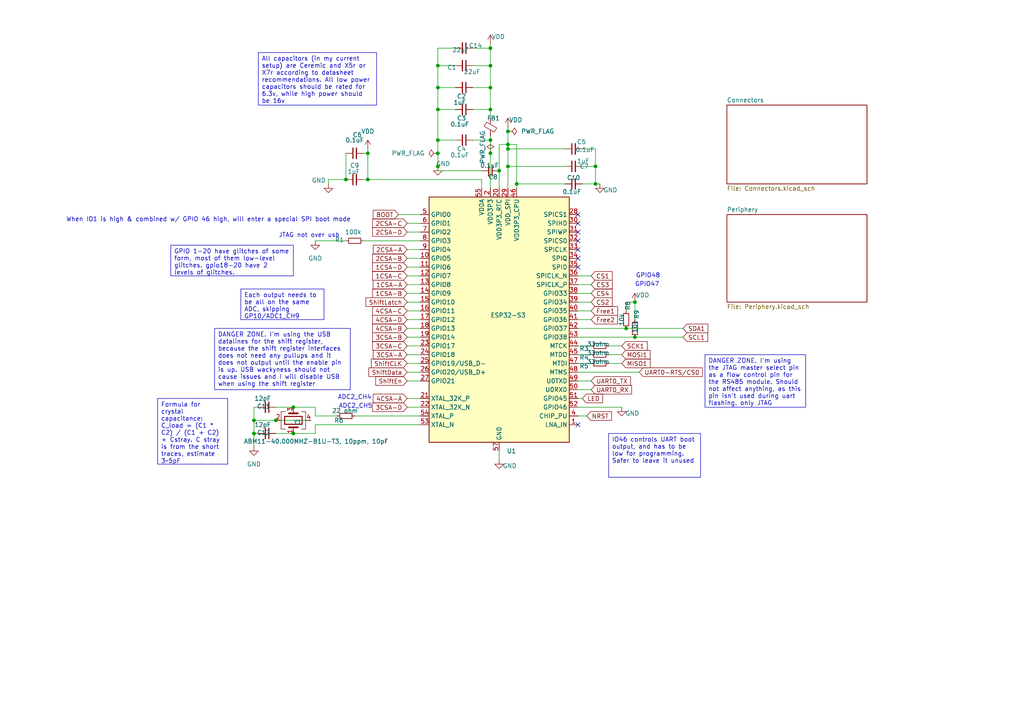
<source format=kicad_sch>
(kicad_sch (version 20250114) (generator "eeschema") (generator_version "9.0")
  (paper "A4")
  (title_block (title "CACKLE -  Hub") (date "2025-10-10") (rev "V1.1") (comment 1 "Licensed under CERN-OHL-S v2") (comment 2 "Author: Asher Edwards"))
  (lib_symbols
    (symbol "Device:C_Small" (pin_numbers (hide yes)) (pin_names (offset 0.254) (hide yes))
      (property "Reference" "C" (at 0.254 1.778 0))
      (property "Value" "C_Small" (at 0.254 -2.032 0))
      (symbol "C_Small_0_1"
        (polyline (pts (xy -1.524 0.508) (xy 1.524 0.508)) (stroke (width 0.3048)))
        (polyline (pts (xy -1.524 -0.508) (xy 1.524 -0.508)) (stroke (width 0.3302)))
      )
      (symbol "C_Small_1_1"
        (pin passive line (at 0 2.54 270) (length 2.032) (name "~") (number "1"))
        (pin passive line (at 0 -2.54 90) (length 2.032) (name "~") (number "2"))
      )
    )
    (symbol "Device:Crystal_GND24" (pin_names (offset 1.016) (hide yes))
      (property "Reference" "Y" (at 3.175 5.08 0))
      (property "Value" "Crystal_GND24" (at 3.175 3.175 0))
      (symbol "Crystal_GND24_0_1"
        (polyline (pts (xy -2.54 2.286) (xy -2.54 3.556) (xy 2.54 3.556) (xy 2.54 2.286)))
        (polyline (pts (xy -2.54 0) (xy -2.032 0)))
        (polyline (pts (xy -2.54 -2.286) (xy -2.54 -3.556) (xy 2.54 -3.556) (xy 2.54 -2.286)))
        (polyline (pts (xy -2.032 -1.27) (xy -2.032 1.27)) (stroke (width 0.508)))
        (rectangle (start -1.143 2.54) (end 1.143 -2.54) (stroke (width 0.3048)))
        (polyline (pts (xy 0 3.556) (xy 0 3.81)))
        (polyline (pts (xy 0 -3.81) (xy 0 -3.556)))
        (polyline (pts (xy 2.032 0) (xy 2.54 0)))
        (polyline (pts (xy 2.032 -1.27) (xy 2.032 1.27)) (stroke (width 0.508)))
      )
      (symbol "Crystal_GND24_1_1"
        (pin passive line (at -3.81 0 0) (length 1.27) (name "1") (number "1"))
        (pin passive line (at 0 5.08 270) (length 1.27) (name "2") (number "2"))
        (pin passive line (at 0 -5.08 90) (length 1.27) (name "4") (number "4"))
        (pin passive line (at 3.81 0 180) (length 1.27) (name "3") (number "3"))
      )
    )
    (symbol "Device:FerriteBead_Small" (pin_numbers (hide yes)) (pin_names (offset 0))
      (property "Reference" "FB" (at 1.905 1.27 0))
      (property "Value" "FerriteBead_Small" (at 1.905 -1.27 0))
      (symbol "FerriteBead_Small_0_1"
        (polyline (pts (xy -1.8288 0.2794) (xy -1.1176 1.4986) (xy 1.8288 -0.2032) (xy 1.1176 -1.4224) (xy -1.8288 0.2794)))
        (polyline (pts (xy 0 0.889) (xy 0 1.2954)))
        (polyline (pts (xy 0 -1.27) (xy 0 -0.7874)))
      )
      (symbol "FerriteBead_Small_1_1"
        (pin passive line (at 0 2.54 270) (length 1.27) (name "~") (number "1"))
        (pin passive line (at 0 -2.54 90) (length 1.27) (name "~") (number "2"))
      )
    )
    (symbol "Device:R_Small" (pin_numbers (hide yes)) (pin_names (offset 0.254) (hide yes))
      (property "Reference" "R" (at 0.762 0.508 0))
      (property "Value" "R_Small" (at 0.762 -1.016 0))
      (symbol "R_Small_0_1"
        (rectangle (start -0.762 1.778) (end 0.762 -1.778) (stroke (width 0.2032)))
      )
      (symbol "R_Small_1_1"
        (pin passive line (at 0 2.54 270) (length 0.762) (name "~") (number "1"))
        (pin passive line (at 0 -2.54 90) (length 0.762) (name "~") (number "2"))
      )
    )
    (symbol "MCU_Espressif:ESP32-S3"
      (property "Reference" "U" (at 10.16 -38.1 0))
      (property "Value" "ESP32-S3" (at 13.97 -40.64 0))
      (symbol "ESP32-S3_0_1"
        (rectangle (start -20.32 35.56) (end 20.32 -35.56) (stroke (width 0.254)) (fill (type background)))
      )
      (symbol "ESP32-S3_1_0"
        (pin passive line (at -5.08 38.1 270) (length 2.54) (hide yes) (name "VDDA") (number "56"))
        (pin bidirectional line (at 22.86 12.7 180) (length 2.54) (name "SPICLK_N") (number "36"))
        (pin bidirectional line (at 22.86 -10.16 180) (length 2.54) (name "MTDO") (number "45"))
        (pin bidirectional line (at 22.86 -22.86 180) (length 2.54) (name "GPIO45") (number "51"))
      )
      (symbol "ESP32-S3_1_1"
        (pin bidirectional line (at -22.86 30.48 0) (length 2.54) (name "GPIO0") (number "5"))
        (pin bidirectional line (at -22.86 27.94 0) (length 2.54) (name "GPIO1") (number "6"))
        (pin bidirectional line (at -22.86 25.4 0) (length 2.54) (name "GPIO2") (number "7"))
        (pin bidirectional line (at -22.86 22.86 0) (length 2.54) (name "GPIO3") (number "8"))
        (pin bidirectional line (at -22.86 20.32 0) (length 2.54) (name "GPIO4") (number "9"))
        (pin bidirectional line (at -22.86 17.78 0) (length 2.54) (name "GPIO5") (number "10"))
        (pin bidirectional line (at -22.86 15.24 0) (length 2.54) (name "GPIO6") (number "11"))
        (pin bidirectional line (at -22.86 12.7 0) (length 2.54) (name "GPIO7") (number "12"))
        (pin bidirectional line (at -22.86 10.16 0) (length 2.54) (name "GPIO8") (number "13"))
        (pin bidirectional line (at -22.86 7.62 0) (length 2.54) (name "GPIO9") (number "14"))
        (pin bidirectional line (at -22.86 5.08 0) (length 2.54) (name "GPIO10") (number "15"))
        (pin bidirectional line (at -22.86 2.54 0) (length 2.54) (name "GPIO11") (number "16"))
        (pin bidirectional line (at -22.86 0 0) (length 2.54) (name "GPIO12") (number "17"))
        (pin bidirectional line (at -22.86 -2.54 0) (length 2.54) (name "GPIO13") (number "18"))
        (pin bidirectional line (at -22.86 -5.08 0) (length 2.54) (name "GPIO14") (number "19"))
        (pin bidirectional line (at -22.86 -7.62 0) (length 2.54) (name "GPIO17") (number "23"))
        (pin bidirectional line (at -22.86 -10.16 0) (length 2.54) (name "GPIO18") (number "24"))
        (pin bidirectional line (at -22.86 -12.7 0) (length 2.54) (name "GPIO19/USB_D-") (number "25"))
        (pin bidirectional line (at -22.86 -15.24 0) (length 2.54) (name "GPIO20/USB_D+") (number "26"))
        (pin bidirectional line (at -22.86 -17.78 0) (length 2.54) (name "GPIO21") (number "27"))
        (pin passive line (at -22.86 -22.86 0) (length 2.54) (name "XTAL_32K_P") (number "21"))
        (pin passive line (at -22.86 -25.4 0) (length 2.54) (name "XTAL_32K_N") (number "22"))
        (pin input line (at -22.86 -27.94 0) (length 2.54) (name "XTAL_P") (number "54"))
        (pin output line (at -22.86 -30.48 0) (length 2.54) (name "XTAL_N") (number "53"))
        (pin power_in line (at -5.08 38.1 270) (length 2.54) (name "VDDA") (number "55"))
        (pin power_in line (at -2.54 38.1 270) (length 2.54) (name "VDD3P3") (number "2"))
        (pin passive line (at -2.54 38.1 270) (length 2.54) (hide yes) (name "VDD3P3") (number "3"))
        (pin power_in line (at 0 38.1 270) (length 2.54) (name "VDD3P3_RTC") (number "20"))
        (pin power_in line (at 0 -38.1 90) (length 2.54) (name "GND") (number "57"))
        (pin power_in line (at 2.54 38.1 270) (length 2.54) (name "VDD_SPI") (number "29"))
        (pin power_in line (at 5.08 38.1 270) (length 2.54) (name "VDD3P3_CPU") (number "46"))
        (pin bidirectional line (at 22.86 30.48 180) (length 2.54) (name "SPICS1") (number "28"))
        (pin bidirectional line (at 22.86 27.94 180) (length 2.54) (name "SPIHD") (number "30"))
        (pin bidirectional line (at 22.86 25.4 180) (length 2.54) (name "SPIWP") (number "31"))
        (pin bidirectional line (at 22.86 22.86 180) (length 2.54) (name "SPICS0") (number "32"))
        (pin bidirectional line (at 22.86 20.32 180) (length 2.54) (name "SPICLK") (number "33"))
        (pin bidirectional line (at 22.86 17.78 180) (length 2.54) (name "SPIQ") (number "34"))
        (pin bidirectional line (at 22.86 15.24 180) (length 2.54) (name "SPID") (number "35"))
        (pin bidirectional line (at 22.86 10.16 180) (length 2.54) (name "SPICLK_P") (number "37"))
        (pin bidirectional line (at 22.86 7.62 180) (length 2.54) (name "GPIO33") (number "38"))
        (pin bidirectional line (at 22.86 5.08 180) (length 2.54) (name "GPIO34") (number "39"))
        (pin bidirectional line (at 22.86 2.54 180) (length 2.54) (name "GPIO35") (number "40"))
        (pin bidirectional line (at 22.86 0 180) (length 2.54) (name "GPIO36") (number "41"))
        (pin bidirectional line (at 22.86 -2.54 180) (length 2.54) (name "GPIO37") (number "42"))
        (pin bidirectional line (at 22.86 -5.08 180) (length 2.54) (name "GPIO38") (number "43"))
        (pin bidirectional line (at 22.86 -7.62 180) (length 2.54) (name "MTCK") (number "44"))
        (pin bidirectional line (at 22.86 -12.7 180) (length 2.54) (name "MTDI") (number "47"))
        (pin bidirectional line (at 22.86 -15.24 180) (length 2.54) (name "MTMS") (number "48"))
        (pin bidirectional line (at 22.86 -17.78 180) (length 2.54) (name "U0TXD") (number "49"))
        (pin bidirectional line (at 22.86 -20.32 180) (length 2.54) (name "U0RXD") (number "50"))
        (pin bidirectional line (at 22.86 -25.4 180) (length 2.54) (name "GPIO46") (number "52"))
        (pin input line (at 22.86 -27.94 180) (length 2.54) (name "CHIP_PU") (number "4"))
        (pin bidirectional line (at 22.86 -30.48 180) (length 2.54) (name "LNA_IN") (number "1"))
      )
    )
    (symbol "power:GND" (power) (pin_numbers (hide yes)) (pin_names (offset 0) (hide yes))
      (property "Value" "GND" (at 0 -3.81 0))
      (symbol "GND_0_1"
        (polyline (pts (xy 0 0) (xy 0 -1.27) (xy 1.27 -1.27) (xy 0 -2.54) (xy -1.27 -1.27) (xy 0 -1.27)))
      )
      (symbol "GND_1_1"
        (pin power_in line (at 0 0 270) (length 0) (name "~") (number "1"))
      )
    )
    (symbol "power:PWR_FLAG" (power) (pin_numbers (hide yes)) (pin_names (offset 0) (hide yes))
      (property "Value" "PWR_FLAG" (at 0 3.81 0))
      (symbol "PWR_FLAG_0_0"
        (pin power_out line (at 0 0 90) (length 0) (name "~") (number "1"))
      )
      (symbol "PWR_FLAG_0_1"
        (polyline (pts (xy 0 0) (xy 0 1.27) (xy -1.016 1.905) (xy 0 2.54) (xy 1.016 1.905) (xy 0 1.27)))
      )
    )
    (symbol "power:VDD" (power) (pin_numbers (hide yes)) (pin_names (offset 0) (hide yes))
      (property "Value" "VDD" (at 0 3.556 0))
      (symbol "VDD_0_1"
        (polyline (pts (xy -0.762 1.27) (xy 0 2.54)))
        (polyline (pts (xy 0 2.54) (xy 0.762 1.27)))
        (polyline (pts (xy 0 0) (xy 0 2.54)))
      )
      (symbol "VDD_1_1"
        (pin power_in line (at 0 0 90) (length 0) (name "~") (number "1"))
      )
    )
  )
  (text "GPIO48" (at 187.96 80.01 0) (effects (font (size 1.27 1.27))))
  (text "JTAG not over usb" (at 89.662 68.326 0) (effects (font (size 1.27 1.27))))
  (text "GPIO47" (at 187.706 82.55 0) (effects (font (size 1.27 1.27))))
  (text "When IO1 is high & combined w/ GPIO 46 high, will enter a special SPI boot mode" (at 60.452 63.754 0) (effects (font (size 1.27 1.27))))
  (text "ADC2_CH4" (at 102.87 115.316 0) (effects (font (size 1.27 1.27))))
  (text "ADC2_CH5" (at 103.124 117.856 0) (effects (font (size 1.27 1.27))))
  (text_box "DANGER ZONE. I'm using the JTAG master select pin as a flow control pin for the RS485 module. Should not affect anything, as this pin isn't used during uart flashing, only JTAG" (at 204.47 102.87 0) (size 29.21 15.24) (margins 0.9525 0.9525 0.9525 0.9525) (effects (font (size 1.27 1.27)) (justify left top)))
  (text_box "DANGER ZONE. I'm using the USB datalines for the shift register, because the shift register interfaces does not need any pullups and it does not output until the enable pin is up. USB wackyness should not cause issues and I will disable USB when using the shift register" (at 62.23 95.25 0) (size 39.37 17.78) (margins 0.9525 0.9525 0.9525 0.9525) (effects (font (size 1.27 1.27)) (justify left top)))
  (text_box "All capacitors (in my current setup) are Ceremic and X5r or X7r according to datasheet recommendations. All low power capacitors should be rated for 6.3v, while high power should be 16v" (at 74.93 15.24 0) (size 34.29 15.24) (margins 0.9525 0.9525 0.9525 0.9525) (effects (font (size 1.27 1.27)) (justify left top)))
  (text_box "IO46 controls UART boot output, and has to be low for programming. Safer to leave it unused" (at 176.53 125.73 0) (size 26.67 12.7) (margins 0.9525 0.9525 0.9525 0.9525) (effects (font (size 1.27 1.27)) (justify left top)))
  (text_box "Each output needs to be all on the same ADC, skipping GP10/ADC1_CH9" (at 69.85 83.82 0) (size 24.13 8.89) (margins 0.9525 0.9525 0.9525 0.9525) (effects (font (size 1.27 1.27)) (justify left top)))
  (text_box "GPIO 1-20 have glitches of some form, most of them low-level glitches. gpio18-20 have 2 levels of glitches. " (at 49.53 71.12 0) (size 35.56 8.89) (margins 0.9525 0.9525 0.9525 0.9525) (effects (font (size 1.27 1.27)) (justify left top)))
  (text_box "Formula for crystal capacitance: C_load = (C1 * C2) / (C1 + C2) + Cstray. C stray is from the short traces, estimate 3~5pF" (at 45.72 115.57 0) (size 20.32 19.05) (margins 0.9525 0.9525 0.9525 0.9525) (effects (font (size 1.27 1.27)) (justify left top)))
  (junction (at 85.09 125.73))
  (junction (at 181.61 95.25))
  (junction (at 127 40.64))
  (junction (at 142.24 13.97))
  (junction (at 73.66 125.73))
  (junction (at 127 48.26))
  (junction (at 147.32 48.26))
  (junction (at 142.24 44.45))
  (junction (at 147.32 38.1))
  (junction (at 172.72 53.34))
  (junction (at 142.24 31.75))
  (junction (at 144.78 49.53))
  (junction (at 149.86 53.34))
  (junction (at 106.68 44.45))
  (junction (at 172.72 48.26))
  (junction (at 127 19.05))
  (junction (at 184.15 87.63))
  (junction (at 142.24 19.05))
  (junction (at 127 44.45))
  (junction (at 73.66 121.92))
  (junction (at 184.15 97.79))
  (junction (at 147.32 43.18))
  (junction (at 142.24 25.4))
  (junction (at 100.33 52.07))
  (junction (at 147.32 41.91))
  (junction (at 142.24 40.64))
  (junction (at 80.01 121.92))
  (junction (at 106.68 52.07))
  (junction (at 85.09 118.11))
  (junction (at 127 31.75))
  (junction (at 127 25.4))
  (no_connect (at 167.64 64.77))
  (no_connect (at 167.64 74.93))
  (no_connect (at 167.64 62.23))
  (no_connect (at 167.64 69.85))
  (no_connect (at 167.64 72.39))
  (no_connect (at 167.64 67.31))
  (no_connect (at 167.64 77.47))
  (no_connect (at 167.64 123.19))
  (wire (pts (xy 181.61 87.63) (xy 184.15 87.63)))
  (wire (pts (xy 118.11 97.79) (xy 121.92 97.79)))
  (wire (pts (xy 167.64 87.63) (xy 171.45 87.63)))
  (wire (pts (xy 132.08 13.97) (xy 127 13.97)))
  (wire (pts (xy 142.24 44.45) (xy 142.24 54.61)))
  (wire (pts (xy 168.91 53.34) (xy 172.72 53.34)))
  (wire (pts (xy 102.87 120.65) (xy 121.92 120.65)))
  (wire (pts (xy 167.64 105.41) (xy 171.45 105.41)))
  (wire (pts (xy 73.66 121.92) (xy 73.66 125.73)))
  (wire (pts (xy 144.78 41.91) (xy 144.78 49.53)))
  (wire (pts (xy 167.64 102.87) (xy 171.45 102.87)))
  (wire (pts (xy 73.66 125.73) (xy 73.66 129.54)))
  (wire (pts (xy 132.08 31.75) (xy 127 31.75)))
  (wire (pts (xy 172.72 48.26) (xy 172.72 53.34)))
  (wire (pts (xy 118.11 64.77) (xy 121.92 64.77)))
  (wire (pts (xy 127 48.26) (xy 127 49.53)))
  (wire (pts (xy 132.08 19.05) (xy 127 19.05)))
  (wire (pts (xy 142.24 39.37) (xy 142.24 40.64)))
  (wire (pts (xy 181.61 90.17) (xy 181.61 87.63)))
  (wire (pts (xy 118.11 92.71) (xy 121.92 92.71)))
  (wire (pts (xy 176.53 102.87) (xy 180.34 102.87)))
  (wire (pts (xy 137.16 19.05) (xy 142.24 19.05)))
  (wire (pts (xy 167.64 95.25) (xy 181.61 95.25)))
  (wire (pts (xy 106.68 44.45) (xy 106.68 43.18)))
  (wire (pts (xy 167.64 118.11) (xy 180.34 118.11)))
  (wire (pts (xy 91.44 69.85) (xy 100.33 69.85)))
  (wire (pts (xy 105.41 69.85) (xy 121.92 69.85)))
  (wire (pts (xy 149.86 41.91) (xy 149.86 53.34)))
  (wire (pts (xy 142.24 34.29) (xy 142.24 31.75)))
  (wire (pts (xy 73.66 121.92) (xy 80.01 121.92)))
  (wire (pts (xy 171.45 80.01) (xy 167.64 80.01)))
  (wire (pts (xy 167.64 90.17) (xy 171.45 90.17)))
  (wire (pts (xy 198.12 95.25) (xy 181.61 95.25)))
  (wire (pts (xy 171.45 113.03) (xy 167.64 113.03)))
  (wire (pts (xy 142.24 12.7) (xy 142.24 13.97)))
  (wire (pts (xy 91.44 120.65) (xy 97.79 120.65)))
  (wire (pts (xy 147.32 41.91) (xy 147.32 43.18)))
  (wire (pts (xy 95.25 52.07) (xy 100.33 52.07)))
  (wire (pts (xy 127 44.45) (xy 127 48.26)))
  (wire (pts (xy 127 49.53) (xy 139.7 49.53)))
  (wire (pts (xy 118.11 118.11) (xy 121.92 118.11)))
  (wire (pts (xy 105.41 52.07) (xy 106.68 52.07)))
  (wire (pts (xy 73.66 125.73) (xy 74.93 125.73)))
  (wire (pts (xy 118.11 115.57) (xy 121.92 115.57)))
  (wire (pts (xy 80.01 121.92) (xy 90.17 121.92)))
  (wire (pts (xy 100.33 44.45) (xy 100.33 52.07)))
  (wire (pts (xy 184.15 87.63) (xy 184.15 92.71)))
  (wire (pts (xy 176.53 105.41) (xy 180.34 105.41)))
  (wire (pts (xy 139.7 54.61) (xy 139.7 52.07)))
  (wire (pts (xy 142.24 13.97) (xy 142.24 19.05)))
  (wire (pts (xy 118.11 95.25) (xy 121.92 95.25)))
  (wire (pts (xy 105.41 44.45) (xy 106.68 44.45)))
  (wire (pts (xy 167.64 85.09) (xy 171.45 85.09)))
  (wire (pts (xy 168.91 115.57) (xy 167.64 115.57)))
  (wire (pts (xy 115.57 62.23) (xy 121.92 62.23)))
  (wire (pts (xy 163.83 53.34) (xy 149.86 53.34)))
  (wire (pts (xy 73.66 118.11) (xy 73.66 121.92)))
  (wire (pts (xy 127 31.75) (xy 127 40.64)))
  (wire (pts (xy 144.78 41.91) (xy 147.32 41.91)))
  (wire (pts (xy 118.11 67.31) (xy 121.92 67.31)))
  (wire (pts (xy 127 13.97) (xy 127 19.05)))
  (wire (pts (xy 127 25.4) (xy 127 31.75)))
  (wire (pts (xy 127 19.05) (xy 127 25.4)))
  (wire (pts (xy 118.11 90.17) (xy 121.92 90.17)))
  (wire (pts (xy 118.11 110.49) (xy 121.92 110.49)))
  (wire (pts (xy 147.32 36.83) (xy 147.32 38.1)))
  (wire (pts (xy 85.09 118.11) (xy 91.44 118.11)))
  (wire (pts (xy 173.99 53.34) (xy 172.72 53.34)))
  (wire (pts (xy 121.92 123.19) (xy 91.44 123.19)))
  (wire (pts (xy 118.11 82.55) (xy 121.92 82.55)))
  (wire (pts (xy 118.11 72.39) (xy 121.92 72.39)))
  (wire (pts (xy 91.44 118.11) (xy 91.44 120.65)))
  (wire (pts (xy 95.25 53.34) (xy 95.25 52.07)))
  (wire (pts (xy 149.86 53.34) (xy 149.86 54.61)))
  (wire (pts (xy 73.66 118.11) (xy 74.93 118.11)))
  (wire (pts (xy 118.11 100.33) (xy 121.92 100.33)))
  (wire (pts (xy 127 40.64) (xy 132.08 40.64)))
  (wire (pts (xy 147.32 48.26) (xy 147.32 54.61)))
  (wire (pts (xy 163.83 48.26) (xy 147.32 48.26)))
  (wire (pts (xy 118.11 80.01) (xy 121.92 80.01)))
  (wire (pts (xy 91.44 123.19) (xy 91.44 125.73)))
  (wire (pts (xy 106.68 52.07) (xy 139.7 52.07)))
  (wire (pts (xy 137.16 13.97) (xy 142.24 13.97)))
  (wire (pts (xy 127 40.64) (xy 127 44.45)))
  (wire (pts (xy 184.15 97.79) (xy 198.12 97.79)))
  (wire (pts (xy 147.32 38.1) (xy 147.32 41.91)))
  (wire (pts (xy 144.78 49.53) (xy 144.78 54.61)))
  (wire (pts (xy 137.16 31.75) (xy 142.24 31.75)))
  (wire (pts (xy 170.18 120.65) (xy 167.64 120.65)))
  (wire (pts (xy 137.16 25.4) (xy 142.24 25.4)))
  (wire (pts (xy 171.45 110.49) (xy 167.64 110.49)))
  (wire (pts (xy 142.24 25.4) (xy 142.24 31.75)))
  (wire (pts (xy 142.24 19.05) (xy 142.24 25.4)))
  (wire (pts (xy 167.64 82.55) (xy 171.45 82.55)))
  (wire (pts (xy 80.01 125.73) (xy 85.09 125.73)))
  (wire (pts (xy 118.11 74.93) (xy 121.92 74.93)))
  (wire (pts (xy 163.83 43.18) (xy 147.32 43.18)))
  (wire (pts (xy 168.91 43.18) (xy 172.72 43.18)))
  (wire (pts (xy 180.34 100.33) (xy 176.53 100.33)))
  (wire (pts (xy 168.91 48.26) (xy 172.72 48.26)))
  (wire (pts (xy 167.64 97.79) (xy 184.15 97.79)))
  (wire (pts (xy 167.64 92.71) (xy 171.45 92.71)))
  (wire (pts (xy 80.01 118.11) (xy 85.09 118.11)))
  (wire (pts (xy 144.78 133.35) (xy 144.78 130.81)))
  (wire (pts (xy 118.11 77.47) (xy 121.92 77.47)))
  (wire (pts (xy 118.11 87.63) (xy 121.92 87.63)))
  (wire (pts (xy 118.11 107.95) (xy 121.92 107.95)))
  (wire (pts (xy 167.64 107.95) (xy 185.42 107.95)))
  (wire (pts (xy 167.64 100.33) (xy 171.45 100.33)))
  (wire (pts (xy 172.72 43.18) (xy 172.72 48.26)))
  (wire (pts (xy 147.32 43.18) (xy 147.32 48.26)))
  (wire (pts (xy 118.11 105.41) (xy 121.92 105.41)))
  (wire (pts (xy 142.24 40.64) (xy 142.24 44.45)))
  (wire (pts (xy 118.11 102.87) (xy 121.92 102.87)))
  (wire (pts (xy 137.16 40.64) (xy 142.24 40.64)))
  (wire (pts (xy 118.11 85.09) (xy 121.92 85.09)))
  (wire (pts (xy 91.44 125.73) (xy 85.09 125.73)))
  (wire (pts (xy 127 25.4) (xy 132.08 25.4)))
  (wire (pts (xy 149.86 41.91) (xy 147.32 41.91)))
  (wire (pts (xy 106.68 44.45) (xy 106.68 52.07)))
  (global_label "CS2" (shape input) (at 171.45 87.63 0) (property "Intersheetrefs" "${INTERSHEET_REFS}" (effects (hide yes))))
  (global_label "2CSA-A" (shape input) (at 118.11 72.39 180) (property "Intersheetrefs" "${INTERSHEET_REFS}" (effects (hide yes))))
  (global_label "1CSA-A" (shape input) (at 118.11 82.55 180) (property "Intersheetrefs" "${INTERSHEET_REFS}" (effects (hide yes))))
  (global_label "LED" (shape input) (at 168.91 115.57 0) (property "Intersheetrefs" "${INTERSHEET_REFS}" (effects (hide yes))))
  (global_label "CS1" (shape input) (at 171.45 80.01 0) (property "Intersheetrefs" "${INTERSHEET_REFS}" (effects (hide yes))))
  (global_label "Free2" (shape input) (at 171.45 92.71 0) (property "Intersheetrefs" "${INTERSHEET_REFS}" (effects (hide yes))))
  (global_label "UART0_RX" (shape input) (at 171.45 113.03 0) (property "Intersheetrefs" "${INTERSHEET_REFS}" (effects (hide yes))))
  (global_label "4CSA-C" (shape input) (at 118.11 90.17 180) (property "Intersheetrefs" "${INTERSHEET_REFS}" (effects (hide yes))))
  (global_label "UART0-RTS{slash}CS0" (shape input) (at 185.42 107.95 0) (property "Intersheetrefs" "${INTERSHEET_REFS}" (effects (hide yes))))
  (global_label "4CSA-B" (shape input) (at 118.11 95.25 180) (property "Intersheetrefs" "${INTERSHEET_REFS}" (effects (hide yes))))
  (global_label "CS4" (shape input) (at 171.45 85.09 0) (property "Intersheetrefs" "${INTERSHEET_REFS}" (effects (hide yes))))
  (global_label "2CSA-D" (shape input) (at 118.11 67.31 180) (property "Intersheetrefs" "${INTERSHEET_REFS}" (effects (hide yes))))
  (global_label "2CSA-C" (shape input) (at 118.11 64.77 180) (property "Intersheetrefs" "${INTERSHEET_REFS}" (effects (hide yes))))
  (global_label "3CSA-B" (shape input) (at 118.11 97.79 180) (property "Intersheetrefs" "${INTERSHEET_REFS}" (effects (hide yes))))
  (global_label "4CSA-A" (shape input) (at 118.11 115.57 180) (property "Intersheetrefs" "${INTERSHEET_REFS}" (effects (hide yes))))
  (global_label "ShiftEn" (shape input) (at 118.11 110.49 180) (property "Intersheetrefs" "${INTERSHEET_REFS}" (effects (hide yes))))
  (global_label "MISO1" (shape input) (at 180.34 105.41 0) (property "Intersheetrefs" "${INTERSHEET_REFS}" (effects (hide yes))))
  (global_label "ShiftLatch" (shape input) (at 118.11 87.63 180) (property "Intersheetrefs" "${INTERSHEET_REFS}" (effects (hide yes))))
  (global_label "1CSA-D" (shape input) (at 118.11 77.47 180) (property "Intersheetrefs" "${INTERSHEET_REFS}" (effects (hide yes))))
  (global_label "1CSA-C" (shape input) (at 118.11 80.01 180) (property "Intersheetrefs" "${INTERSHEET_REFS}" (effects (hide yes))))
  (global_label "SDA1" (shape input) (at 198.12 95.25 0) (property "Intersheetrefs" "${INTERSHEET_REFS}" (effects (hide yes))))
  (global_label "ShiftData" (shape input) (at 118.11 107.95 180) (property "Intersheetrefs" "${INTERSHEET_REFS}" (effects (hide yes))))
  (global_label "4CSA-D" (shape input) (at 118.11 92.71 180) (property "Intersheetrefs" "${INTERSHEET_REFS}" (effects (hide yes))))
  (global_label "BOOT" (shape input) (at 115.57 62.23 180) (property "Intersheetrefs" "${INTERSHEET_REFS}" (effects (hide yes))))
  (global_label "MOSI1" (shape input) (at 180.34 102.87 0) (property "Intersheetrefs" "${INTERSHEET_REFS}" (effects (hide yes))))
  (global_label "Free1" (shape input) (at 171.45 90.17 0) (property "Intersheetrefs" "${INTERSHEET_REFS}" (effects (hide yes))))
  (global_label "NRST" (shape input) (at 170.18 120.65 0) (property "Intersheetrefs" "${INTERSHEET_REFS}" (effects (hide yes))))
  (global_label "3CSA-D" (shape input) (at 118.11 118.11 180) (property "Intersheetrefs" "${INTERSHEET_REFS}" (effects (hide yes))))
  (global_label "3CSA-A" (shape input) (at 118.11 102.87 180) (property "Intersheetrefs" "${INTERSHEET_REFS}" (effects (hide yes))))
  (global_label "1CSA-B" (shape input) (at 118.11 85.09 180) (property "Intersheetrefs" "${INTERSHEET_REFS}" (effects (hide yes))))
  (global_label "SCL1" (shape input) (at 198.12 97.79 0) (property "Intersheetrefs" "${INTERSHEET_REFS}" (effects (hide yes))))
  (global_label "3CSA-C" (shape input) (at 118.11 100.33 180) (property "Intersheetrefs" "${INTERSHEET_REFS}" (effects (hide yes))))
  (global_label "CS3" (shape input) (at 171.45 82.55 0) (property "Intersheetrefs" "${INTERSHEET_REFS}" (effects (hide yes))))
  (global_label "ShiftCLK" (shape input) (at 118.11 105.41 180) (property "Intersheetrefs" "${INTERSHEET_REFS}" (effects (hide yes))))
  (global_label "SCK1" (shape input) (at 180.34 100.33 0) (property "Intersheetrefs" "${INTERSHEET_REFS}" (effects (hide yes))))
  (global_label "2CSA-B" (shape input) (at 118.11 74.93 180) (property "Intersheetrefs" "${INTERSHEET_REFS}" (effects (hide yes))))
  (global_label "UART0_TX" (shape input) (at 171.45 110.49 0) (property "Intersheetrefs" "${INTERSHEET_REFS}" (effects (hide yes))))
  (symbol (lib_id "Device:Crystal_GND24") (at 85.09 121.92 90) (unit 1)
    (property "Reference" "Y1" (at 86.36 122.428 90))
    (property "Value" "ABM11-40.000MHZ-B1U-T3, 10ppm, 10pF" (at 91.694 128.016 90))
    (property "Footprint" "Crystal:Crystal_SMD_2016-4Pin_2.0x1.6mm" (effects (hide yes)))
    (property "Description" "Four pin crystal, GND on pins 2 and 4" (effects (hide yes)))
    (property "LCSC" "C648973" (effects (hide yes)))
  )
  (symbol (lib_id "Device:FerriteBead_Small") (at 142.24 36.83 180) (unit 1)
    (property "Reference" "FB1" (at 141.224 34.29 0) (effects (justify right)))
    (property "Value" "120ohm imp @100mhz, 1 amp" (effects (hide yes)))
    (property "Footprint" "Inductor_SMD:L_0402_1005Metric" (effects (hide yes)))
    (property "Description" "Ferrite bead, small symbol" (effects (hide yes)))
    (property "LCSC" "C82861" (effects (hide yes)))
  )
  (symbol (lib_id "Device:C_Small") (at 102.87 52.07 90) (unit 1)
    (property "Reference" "C9" (at 102.87 48.006 90))
    (property "Value" "1uF" (at 102.616 49.784 90))
    (property "Footprint" "Capacitor_SMD:C_0402_1005Metric" (effects (hide yes)))
    (property "Description" "Unpolarized capacitor, small symbol" (effects (hide yes)))
    (property "LCSC" "C52923" (effects (hide yes)))
  )
  (symbol (lib_id "Device:C_Small") (at 102.87 44.45 90) (unit 1)
    (property "Reference" "C6" (at 103.632 39.116 90))
    (property "Value" "0.1uF" (at 102.8763 40.64 90))
    (property "Footprint" "Capacitor_SMD:C_0402_1005Metric" (effects (hide yes)))
    (property "Description" "Unpolarized capacitor, small symbol" (effects (hide yes)))
    (property "LCSC" "C1525" (effects (hide yes)))
  )
  (symbol (lib_id "Device:C_Small") (at 142.24 49.53 270) (unit 1)
    (property "Reference" "C8" (at 143.002 51.308 90))
    (property "Value" "0.1uF" (at 141.986 48.006 90))
    (property "Footprint" "Capacitor_SMD:C_0402_1005Metric" (effects (hide yes)))
    (property "Description" "Unpolarized capacitor, small symbol" (effects (hide yes)))
    (property "LCSC" "C1525" (effects (hide yes)))
  )
  (symbol (lib_id "power:PWR_FLAG") (at 127 44.45 90) (unit 1)
    (property "Reference" "#FLG03" (effects (hide yes)))
    (property "Value" "PWR_FLAG" (at 123.19 44.4499 90) (effects (justify left)))
    (property "Description" "Special symbol for telling ERC where power comes from" (effects (hide yes)))
  )
  (symbol (lib_id "power:GND") (at 173.99 53.34 0) (unit 1)
    (property "Reference" "#PWR08" (effects (hide yes)))
    (property "Value" "GND" (at 177.038 55.118 0))
    (property "Description" "Power symbol creates a global label with name \"GND\" , ground" (effects (hide yes)))
  )
  (symbol (lib_id "power:GND") (at 127 48.26 0) (unit 1)
    (property "Reference" "#PWR07" (effects (hide yes)))
    (property "Value" "GND" (at 128.524 47.498 0))
    (property "Description" "Power symbol creates a global label with name \"GND\" , ground" (effects (hide yes)))
  )
  (symbol (lib_id "power:GND") (at 95.25 53.34 0) (unit 1)
    (property "Reference" "#PWR09" (effects (hide yes)))
    (property "Value" "GND" (at 92.456 52.324 0))
    (property "Description" "Power symbol creates a global label with name \"GND\" , ground" (effects (hide yes)))
  )
  (symbol (lib_id "Device:R_Small") (at 181.61 92.71 0) (unit 1)
    (property "Reference" "R8" (at 182.118 88.646 90))
    (property "Value" "10k" (at 180.34 92.71 90))
    (property "Footprint" "Resistor_SMD:R_0402_1005Metric" (effects (hide yes)))
    (property "Description" "Resistor, small symbol" (effects (hide yes)))
    (property "LCSC" "C25744" (effects (hide yes)))
  )
  (symbol (lib_id "Device:C_Small") (at 166.37 43.18 90) (unit 1)
    (property "Reference" "C5" (at 168.656 41.148 90))
    (property "Value" "0.1uF" (at 169.672 43.434 90))
    (property "Footprint" "Capacitor_SMD:C_0402_1005Metric" (effects (hide yes)))
    (property "Description" "Unpolarized capacitor, small symbol" (effects (hide yes)))
    (property "LCSC" "C1525" (effects (hide yes)))
  )
  (symbol (lib_id "power:VDD") (at 142.24 12.7 0) (unit 1)
    (property "Reference" "#PWR01" (effects (hide yes)))
    (property "Value" "VDD" (at 144.526 10.668 0))
    (property "Description" "Power symbol creates a global label with name \"VDD\"" (effects (hide yes)))
  )
  (symbol (lib_id "power:PWR_FLAG") (at 142.24 44.45 0) (unit 1)
    (property "Reference" "#FLG02" (effects (hide yes)))
    (property "Value" "PWR_FLAG" (at 139.954 42.672 90))
    (property "Description" "Special symbol for telling ERC where power comes from" (effects (hide yes)))
  )
  (symbol (lib_id "power:VDD") (at 184.15 87.63 0) (unit 1)
    (property "Reference" "#PWR029" (effects (hide yes)))
    (property "Value" "VDD" (at 186.436 85.598 0))
    (property "Description" "Power symbol creates a global label with name \"VDD\"" (effects (hide yes)))
  )
  (symbol (lib_id "power:GND") (at 144.78 133.35 0) (unit 1)
    (property "Reference" "#PWR019" (effects (hide yes)))
    (property "Value" "GND" (at 147.828 135.128 0))
    (property "Description" "Power symbol creates a global label with name \"GND\" , ground" (effects (hide yes)))
  )
  (symbol (lib_id "Device:C_Small") (at 134.62 31.75 270) (unit 1)
    (property "Reference" "C3" (at 133.858 34.29 90))
    (property "Value" "0.1uF" (at 133.35 36.068 90))
    (property "Footprint" "Capacitor_SMD:C_0402_1005Metric" (effects (hide yes)))
    (property "Description" "Unpolarized capacitor, small symbol" (effects (hide yes)))
    (property "LCSC" "C1525" (effects (hide yes)))
  )
  (symbol (lib_id "power:GND") (at 73.66 129.54 0) (unit 1)
    (property "Reference" "#PWR018" (effects (hide yes)))
    (property "Value" "GND" (at 73.66 134.62 0))
    (property "Description" "Power symbol creates a global label with name \"GND\" , ground" (effects (hide yes)))
  )
  (symbol (lib_id "Device:C_Small") (at 77.47 125.73 270) (unit 1)
    (property "Reference" "C12" (at 76.454 125.476 90))
    (property "Value" "12pF" (at 76.2 123.19 90))
    (property "Footprint" "Capacitor_SMD:C_0402_1005Metric" (effects (hide yes)))
    (property "Description" "Unpolarized capacitor, small symbol" (effects (hide yes)))
    (property "LCSC" "C1547" (effects (hide yes)))
  )
  (symbol (lib_id "power:GND") (at 91.44 69.85 0) (unit 1)
    (property "Reference" "#PWR012" (effects (hide yes)))
    (property "Value" "GND" (at 91.44 74.93 0))
    (property "Description" "Power symbol creates a global label with name \"GND\" , ground" (effects (hide yes)))
  )
  (symbol (lib_id "Device:C_Small") (at 134.62 40.64 270) (unit 1)
    (property "Reference" "C4" (at 133.858 43.18 90))
    (property "Value" "0.1uF" (at 133.35 44.958 90))
    (property "Footprint" "Capacitor_SMD:C_0402_1005Metric" (effects (hide yes)))
    (property "Description" "Unpolarized capacitor, small symbol" (effects (hide yes)))
    (property "LCSC" "C1525" (effects (hide yes)))
  )
  (symbol (lib_id "Device:R_Small") (at 173.99 100.33 90) (unit 1)
    (property "Reference" "R3" (at 169.418 101.092 90))
    (property "Value" "33ohm" (at 173.482 99.822 90))
    (property "Footprint" "Resistor_SMD:R_0402_1005Metric" (effects (hide yes)))
    (property "Description" "Resistor, small symbol" (effects (hide yes)))
    (property "LCSC" "C25105" (effects (hide yes)))
  )
  (symbol (lib_id "Device:R_Small") (at 184.15 95.25 0) (unit 1)
    (property "Reference" "R9" (at 184.658 91.186 90))
    (property "Value" "10k" (at 184.15 94.742 90))
    (property "Footprint" "Resistor_SMD:R_0402_1005Metric" (effects (hide yes)))
    (property "Description" "Resistor, small symbol" (effects (hide yes)))
    (property "LCSC" "C25744" (effects (hide yes)))
  )
  (symbol (lib_id "power:PWR_FLAG") (at 147.32 38.1 270) (unit 1)
    (property "Reference" "#FLG01" (effects (hide yes)))
    (property "Value" "PWR_FLAG" (at 151.13 38.0999 90) (effects (justify left)))
    (property "Description" "Special symbol for telling ERC where power comes from" (effects (hide yes)))
  )
  (symbol (lib_id "Device:R_Small") (at 173.99 105.41 90) (unit 1)
    (property "Reference" "R5" (at 169.418 106.172 90))
    (property "Value" "33ohm" (at 173.482 104.902 90))
    (property "Footprint" "Resistor_SMD:R_0402_1005Metric" (effects (hide yes)))
    (property "Description" "Resistor, small symbol" (effects (hide yes)))
    (property "LCSC" "C25105" (effects (hide yes)))
  )
  (symbol (lib_id "Device:C_Small") (at 166.37 53.34 90) (unit 1)
    (property "Reference" "C10" (at 166.37 51.562 90))
    (property "Value" "0.1uF" (at 165.862 55.626 90))
    (property "Footprint" "Capacitor_SMD:C_0402_1005Metric" (effects (hide yes)))
    (property "Description" "Unpolarized capacitor, small symbol" (effects (hide yes)))
    (property "LCSC" "C1525" (effects (hide yes)))
  )
  (symbol (lib_id "power:VDD") (at 147.32 36.83 0) (unit 1)
    (property "Reference" "#PWR03" (effects (hide yes)))
    (property "Value" "VDD" (at 149.606 34.798 0))
    (property "Description" "Power symbol creates a global label with name \"VDD\"" (effects (hide yes)))
  )
  (symbol (lib_id "power:GND") (at 180.34 118.11 0) (unit 1)
    (property "Reference" "#PWR043" (effects (hide yes)))
    (property "Value" "GND" (at 183.388 119.888 0))
    (property "Description" "Power symbol creates a global label with name \"GND\" , ground" (effects (hide yes)))
  )
  (symbol (lib_id "Device:C_Small") (at 134.62 25.4 270) (unit 1)
    (property "Reference" "C2" (at 133.858 27.94 90))
    (property "Value" "1uF" (at 133.35 29.718 90))
    (property "Footprint" "Capacitor_SMD:C_0402_1005Metric" (effects (hide yes)))
    (property "Description" "Unpolarized capacitor, small symbol" (effects (hide yes)))
    (property "LCSC" "C52923" (effects (hide yes)))
  )
  (symbol (lib_id "MCU_Espressif:ESP32-S3") (at 144.78 92.71 0) (unit 1)
    (property "Reference" "U1" (at 146.9741 130.81 0) (effects (justify left)))
    (property "Value" "ESP32-S3" (at 142.24 91.44 0) (effects (justify left)))
    (property "Footprint" "Package_DFN_QFN:QFN-56-1EP_7x7mm_P0.4mm_EP4x4mm" (effects (hide yes)))
    (property "Datasheet" "https://www.espressif.com/sites/default/files/documentation/esp32-s3_datasheet_en.pdf" (effects (hide yes)))
    (property "Description" "Microcontroller, Wi-Fi 802.11b/g/n, Bluetooth, 32bit" (effects (hide yes)))
    (property "LCSC" "C3013940" (effects (hide yes)))
  )
  (symbol (lib_id "Device:R_Small") (at 173.99 102.87 90) (unit 1)
    (property "Reference" "R4" (at 169.418 103.632 90))
    (property "Value" "33ohm" (at 173.482 102.362 90))
    (property "Footprint" "Resistor_SMD:R_0402_1005Metric" (effects (hide yes)))
    (property "Description" "Resistor, small symbol" (effects (hide yes)))
    (property "LCSC" "C25105" (effects (hide yes)))
  )
  (symbol (lib_id "Device:C_Small") (at 166.37 48.26 90) (unit 1)
    (property "Reference" "C7" (at 169.418 48.26 90))
    (property "Value" "1uF" (at 169.164 46.736 90))
    (property "Footprint" "Capacitor_SMD:C_0402_1005Metric" (effects (hide yes)))
    (property "Description" "Unpolarized capacitor, small symbol" (effects (hide yes)))
    (property "LCSC" "C52923" (effects (hide yes)))
  )
  (symbol (lib_id "Device:C_Small") (at 134.62 13.97 270) (unit 1)
    (property "Reference" "C14" (at 137.922 13.208 90))
    (property "Value" "22uF" (at 133.604 14.478 90))
    (property "Footprint" "Capacitor_SMD:C_0402_1005Metric" (effects (hide yes)))
    (property "Description" "Unpolarized capacitor, small symbol" (effects (hide yes)))
    (property "LCSC" "C415703" (effects (hide yes)))
  )
  (symbol (lib_id "Device:R_Small") (at 100.33 120.65 90) (unit 1)
    (property "Reference" "R6" (at 98.298 121.92 90))
    (property "Value" "22 ohm" (at 100.076 119.126 90))
    (property "Footprint" "Resistor_SMD:R_0402_1005Metric" (effects (hide yes)))
    (property "Description" "Resistor, small symbol" (effects (hide yes)))
    (property "LCSC" "C25092" (effects (hide yes)))
  )
  (symbol (lib_id "Device:R_Small") (at 102.87 69.85 270) (unit 1)
    (property "Reference" "R1" (at 99.822 69.596 90) (effects (justify right)))
    (property "Value" "100k" (at 104.902 67.31 90) (effects (justify right)))
    (property "Footprint" "Resistor_SMD:R_0402_1005Metric" (effects (hide yes)))
    (property "Description" "Resistor, small symbol" (effects (hide yes)))
    (property "LCSC" "C25741" (effects (hide yes)))
  )
  (symbol (lib_id "Device:C_Small") (at 134.62 19.05 270) (unit 1)
    (property "Reference" "C1" (at 131.064 19.558 90))
    (property "Value" "22uF" (at 136.906 20.828 90))
    (property "Footprint" "Capacitor_SMD:C_0402_1005Metric" (effects (hide yes)))
    (property "Description" "Unpolarized capacitor, small symbol" (effects (hide yes)))
    (property "LCSC" "C415703" (effects (hide yes)))
  )
  (symbol (lib_id "Device:C_Small") (at 77.47 118.11 270) (unit 1)
    (property "Reference" "C11" (at 76.454 117.856 90))
    (property "Value" "12pF" (at 76.2 115.57 90))
    (property "Footprint" "Capacitor_SMD:C_0402_1005Metric" (effects (hide yes)))
    (property "Description" "Unpolarized capacitor, small symbol" (effects (hide yes)))
    (property "LCSC" "C1547" (effects (hide yes)))
  )
  (symbol (lib_id "power:VDD") (at 106.68 43.18 0) (unit 1)
    (property "Reference" "#PWR06" (effects (hide yes)))
    (property "Value" "VDD" (at 106.68 38.1 0))
    (property "Description" "Power symbol creates a global label with name \"VDD\"" (effects (hide yes)))
  )
  (sheet (at 210.82 62.23) (size 40.64 25.4) (stroke (width 0.1524))
    (property "Sheetname" "Periphery" (at 210.82 61.5184 0) (effects (justify left bottom)))
    (property "Sheetfile" "Periphery.kicad_sch" (at 210.82 88.2146 0) (effects (justify left top)))
  )
  (sheet (at 210.82 30.48) (size 40.64 22.86) (stroke (width 0.1524))
    (property "Sheetname" "Connectors" (at 210.82 29.7684 0) (effects (justify left bottom)))
    (property "Sheetfile" "Connectors.kicad_sch" (at 210.82 53.9246 0) (effects (justify left top)))
  )
)
</source>
